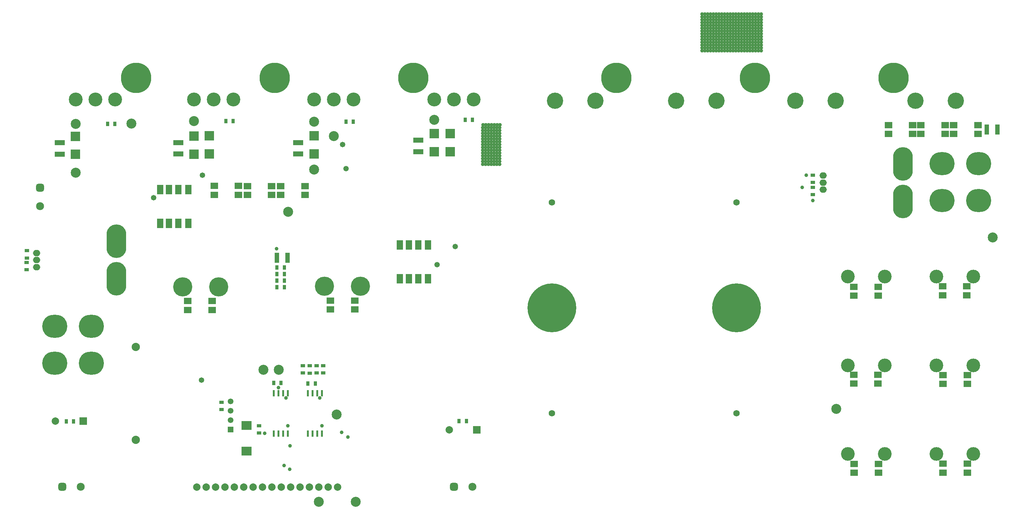
<source format=gbr>
%TF.GenerationSoftware,Altium Limited,Altium Designer,24.3.1 (35)*%
G04 Layer_Color=16711935*
%FSLAX45Y45*%
%MOMM*%
%TF.SameCoordinates,844131A9-2E1B-4A61-BE1F-69DE975881E6*%
%TF.FilePolarity,Negative*%
%TF.FileFunction,Soldermask,Bot*%
%TF.Part,Single*%
G01*
G75*
%TA.AperFunction,ComponentPad*%
%ADD19R,2.00000X2.00000*%
%ADD20C,2.00000*%
%ADD21C,1.55000*%
%ADD22R,1.55000X1.55000*%
%TA.AperFunction,SMDPad,CuDef*%
%ADD37R,1.20490X2.70620*%
%ADD40R,0.60000X1.80000*%
%ADD42R,2.80620X1.40490*%
%TA.AperFunction,ComponentPad*%
%ADD71C,2.00320*%
%ADD72C,5.20320*%
%ADD73C,2.70320*%
%ADD74C,2.23520*%
%ADD75C,3.70320*%
%ADD76O,5.28320X9.09320*%
%ADD77O,1.98120X1.72720*%
%ADD78C,3.75320*%
%ADD79C,2.15320*%
G04:AMPARAMS|DCode=80|XSize=2.1532mm|YSize=2.1532mm|CornerRadius=0.5891mm|HoleSize=0mm|Usage=FLASHONLY|Rotation=270.000|XOffset=0mm|YOffset=0mm|HoleType=Round|Shape=RoundedRectangle|*
%AMROUNDEDRECTD80*
21,1,2.15320,0.97500,0,0,270.0*
21,1,0.97500,2.15320,0,0,270.0*
1,1,1.17820,-0.48750,-0.48750*
1,1,1.17820,-0.48750,0.48750*
1,1,1.17820,0.48750,0.48750*
1,1,1.17820,0.48750,-0.48750*
%
%ADD80ROUNDEDRECTD80*%
%ADD81C,4.40320*%
%ADD82O,6.80320X6.20320*%
%ADD83C,8.20320*%
%ADD84C,1.72720*%
%ADD85C,13.20320*%
G04:AMPARAMS|DCode=86|XSize=2.1532mm|YSize=2.1532mm|CornerRadius=0.5891mm|HoleSize=0mm|Usage=FLASHONLY|Rotation=0.000|XOffset=0mm|YOffset=0mm|HoleType=Round|Shape=RoundedRectangle|*
%AMROUNDEDRECTD86*
21,1,2.15320,0.97500,0,0,0.0*
21,1,0.97500,2.15320,0,0,0.0*
1,1,1.17820,0.48750,-0.48750*
1,1,1.17820,-0.48750,-0.48750*
1,1,1.17820,-0.48750,0.48750*
1,1,1.17820,0.48750,0.48750*
%
%ADD86ROUNDEDRECTD86*%
%TA.AperFunction,ViaPad*%
%ADD87C,1.47320*%
%ADD88C,1.00320*%
%TA.AperFunction,SMDPad,CuDef*%
%ADD89R,2.00320X1.65320*%
%ADD90R,0.83000X1.28000*%
%ADD91R,1.28000X0.83000*%
%ADD92R,1.72720X2.60320*%
%ADD93R,2.60320X2.60320*%
%ADD94R,2.70320X2.40320*%
D19*
X12475000Y2200000D02*
D03*
X1816800Y2438400D02*
D03*
D20*
X11725000Y2200000D02*
D03*
X1066800Y2438400D02*
D03*
D21*
X5810700Y2971800D02*
D03*
Y2717800D02*
D03*
Y2463800D02*
D03*
D22*
Y2209800D02*
D03*
D37*
X7061200Y6858000D02*
D03*
X7351330D02*
D03*
X26270935Y10325100D02*
D03*
X26561066D02*
D03*
D40*
X7899400Y3187700D02*
D03*
X8026400D02*
D03*
X8153400D02*
D03*
X8280400D02*
D03*
Y2097700D02*
D03*
X8153400D02*
D03*
X8026400D02*
D03*
X7899400D02*
D03*
X6972300Y2096600D02*
D03*
X7099300D02*
D03*
X7226300D02*
D03*
X7353300D02*
D03*
Y3186600D02*
D03*
X7226300D02*
D03*
X7099300D02*
D03*
X6972300D02*
D03*
D42*
X7632700Y9972165D02*
D03*
Y9662035D02*
D03*
X4394200Y9972165D02*
D03*
Y9662035D02*
D03*
X1187450Y9965815D02*
D03*
Y9655685D02*
D03*
X10883900Y9725535D02*
D03*
Y10035665D02*
D03*
D71*
X6668000Y650000D02*
D03*
X4890000D02*
D03*
X6922000D02*
D03*
X7176000D02*
D03*
X6414000D02*
D03*
X5144000D02*
D03*
X7684000D02*
D03*
X6160000D02*
D03*
X8446000D02*
D03*
X8192000D02*
D03*
X7938000D02*
D03*
X5398000D02*
D03*
X7430000D02*
D03*
X5906000D02*
D03*
X8700000D02*
D03*
X5652000D02*
D03*
D72*
X4508500Y6070600D02*
D03*
X5486400D02*
D03*
X8343900Y6083300D02*
D03*
X9321800D02*
D03*
D73*
X6692900Y3822700D02*
D03*
X7112000D02*
D03*
X8674100Y2616200D02*
D03*
X26428699Y7404100D02*
D03*
X8064500Y9245600D02*
D03*
X8191500Y254000D02*
D03*
X1612900Y9156700D02*
D03*
X9194800Y254000D02*
D03*
X8064500Y10541000D02*
D03*
X11315700Y10591800D02*
D03*
X7366000Y8102600D02*
D03*
X4813300Y10553700D02*
D03*
X1612900Y10477500D02*
D03*
X3124200Y10490200D02*
D03*
X22199600Y2768600D02*
D03*
X8597900Y10147300D02*
D03*
D74*
X3238500Y4445000D02*
D03*
Y1930400D02*
D03*
D75*
X23511501Y6345200D02*
D03*
X22511501D02*
D03*
X24911501Y1545200D02*
D03*
X25911499D02*
D03*
X22511501D02*
D03*
X23511501D02*
D03*
X22511501Y3945200D02*
D03*
X23511501D02*
D03*
X24911501Y6345200D02*
D03*
X25911499D02*
D03*
X24911501Y3945200D02*
D03*
X25911499D02*
D03*
D76*
X2717800Y7302500D02*
D03*
Y6286500D02*
D03*
X24003000Y8382000D02*
D03*
Y9398000D02*
D03*
D77*
X558800Y6985000D02*
D03*
Y6794500D02*
D03*
Y6604000D02*
D03*
X21844000Y8699500D02*
D03*
Y8890000D02*
D03*
Y9080500D02*
D03*
D78*
X2683400Y11136500D02*
D03*
X5883400D02*
D03*
X1616600D02*
D03*
X2150000D02*
D03*
X4816600D02*
D03*
X5350000D02*
D03*
X8066600D02*
D03*
X8600000D02*
D03*
X9133400D02*
D03*
X11316600D02*
D03*
X11850000D02*
D03*
X12383400D02*
D03*
D79*
X654998Y8250001D02*
D03*
X12349999Y654998D02*
D03*
X1750000D02*
D03*
D80*
X654998Y8750000D02*
D03*
D81*
X18956400Y11100000D02*
D03*
X17864200D02*
D03*
X15681400D02*
D03*
X14589200D02*
D03*
X25435800D02*
D03*
X24343600D02*
D03*
X22185800D02*
D03*
X21093600D02*
D03*
D82*
X25063400Y9400000D02*
D03*
X26054001D02*
D03*
X25063400Y8400000D02*
D03*
X26054001D02*
D03*
X2036600Y5000000D02*
D03*
X1046000D02*
D03*
X2036600Y4000000D02*
D03*
X1046000D02*
D03*
D83*
X16250000Y11720000D02*
D03*
X23750000D02*
D03*
X20000000D02*
D03*
X3250000D02*
D03*
X10750000D02*
D03*
X7000000D02*
D03*
D84*
X14500000Y2650000D02*
D03*
Y8350000D02*
D03*
X19500000D02*
D03*
Y2650000D02*
D03*
D85*
Y5500000D02*
D03*
X14500000D02*
D03*
D86*
X11850000Y654998D02*
D03*
X1250001D02*
D03*
D87*
X8839200Y9918700D02*
D03*
X8928100Y9271000D02*
D03*
X11887200Y7162800D02*
D03*
X11391900Y6667500D02*
D03*
X5016500Y3543300D02*
D03*
X3721100Y8483600D02*
D03*
X5041900Y9093200D02*
D03*
D88*
X7255500Y1231900D02*
D03*
X7353300Y2311400D02*
D03*
X7099300Y3340100D02*
D03*
X7302500Y3060700D02*
D03*
X8216900D02*
D03*
X8280400Y2311400D02*
D03*
X7416800Y1765300D02*
D03*
X6731000Y2108200D02*
D03*
X7404100Y1130300D02*
D03*
X7048500Y7099300D02*
D03*
X8978900Y2006600D02*
D03*
X8813800Y2133600D02*
D03*
X21564600Y8407400D02*
D03*
X21272501Y8763000D02*
D03*
X21386800Y9093200D02*
D03*
X20091400Y13449300D02*
D03*
Y13373100D02*
D03*
Y13296899D02*
D03*
Y13220700D02*
D03*
Y13144501D02*
D03*
Y13068300D02*
D03*
Y12992101D02*
D03*
Y12915900D02*
D03*
Y12839700D02*
D03*
Y12763500D02*
D03*
Y12687300D02*
D03*
Y12611100D02*
D03*
Y12534900D02*
D03*
Y12458700D02*
D03*
X20015199Y13449300D02*
D03*
Y13373100D02*
D03*
Y13296899D02*
D03*
Y13220700D02*
D03*
Y13144501D02*
D03*
Y13068300D02*
D03*
Y12992101D02*
D03*
Y12915900D02*
D03*
Y12839700D02*
D03*
Y12763500D02*
D03*
Y12687300D02*
D03*
Y12611100D02*
D03*
Y12534900D02*
D03*
Y12458700D02*
D03*
X19939000Y13449300D02*
D03*
Y13373100D02*
D03*
Y13296899D02*
D03*
Y13220700D02*
D03*
Y13144501D02*
D03*
Y13068300D02*
D03*
Y12992101D02*
D03*
Y12915900D02*
D03*
Y12839700D02*
D03*
Y12763500D02*
D03*
Y12687300D02*
D03*
Y12611100D02*
D03*
Y12534900D02*
D03*
Y12458700D02*
D03*
X19862801Y13449300D02*
D03*
Y13373100D02*
D03*
Y13296899D02*
D03*
Y13220700D02*
D03*
Y13144501D02*
D03*
Y13068300D02*
D03*
Y12992101D02*
D03*
Y12915900D02*
D03*
Y12839700D02*
D03*
Y12763500D02*
D03*
Y12687300D02*
D03*
Y12611100D02*
D03*
Y12534900D02*
D03*
Y12458700D02*
D03*
X19786600Y13449300D02*
D03*
Y13373100D02*
D03*
Y13296899D02*
D03*
Y13220700D02*
D03*
Y13144501D02*
D03*
Y13068300D02*
D03*
Y12992101D02*
D03*
Y12915900D02*
D03*
Y12839700D02*
D03*
Y12763500D02*
D03*
Y12687300D02*
D03*
Y12611100D02*
D03*
Y12534900D02*
D03*
Y12458700D02*
D03*
X19710400Y13449300D02*
D03*
Y13373100D02*
D03*
Y13296899D02*
D03*
Y13220700D02*
D03*
Y13144501D02*
D03*
Y13068300D02*
D03*
Y12992101D02*
D03*
Y12915900D02*
D03*
Y12839700D02*
D03*
Y12763500D02*
D03*
Y12687300D02*
D03*
Y12611100D02*
D03*
Y12534900D02*
D03*
Y12458700D02*
D03*
X20167599Y13449300D02*
D03*
Y13373100D02*
D03*
Y13296899D02*
D03*
Y13220700D02*
D03*
Y13144501D02*
D03*
Y13068300D02*
D03*
Y12992101D02*
D03*
Y12915900D02*
D03*
Y12839700D02*
D03*
Y12763500D02*
D03*
Y12687300D02*
D03*
Y12611100D02*
D03*
Y12534900D02*
D03*
Y12458700D02*
D03*
X19634200Y12534900D02*
D03*
X19558000D02*
D03*
X19481799D02*
D03*
X19405600D02*
D03*
X19329401D02*
D03*
X19253200D02*
D03*
X19177000D02*
D03*
X19100800D02*
D03*
X19024600D02*
D03*
X18948399D02*
D03*
X18872200D02*
D03*
X18796001D02*
D03*
X18719800D02*
D03*
X18643600D02*
D03*
X19634200Y12611100D02*
D03*
X19558000D02*
D03*
X19481799D02*
D03*
X19405600D02*
D03*
X19329401D02*
D03*
X19253200D02*
D03*
X19177000D02*
D03*
X19100800D02*
D03*
X19024600D02*
D03*
X18948399D02*
D03*
X18872200D02*
D03*
X18796001D02*
D03*
X18719800D02*
D03*
X18643600D02*
D03*
X19634200Y12687300D02*
D03*
X19558000D02*
D03*
X19481799D02*
D03*
X19405600D02*
D03*
X19329401D02*
D03*
X19253200D02*
D03*
X19177000D02*
D03*
X19100800D02*
D03*
X19024600D02*
D03*
X18948399D02*
D03*
X18872200D02*
D03*
X18796001D02*
D03*
X18719800D02*
D03*
X18643600D02*
D03*
X19634200Y12763500D02*
D03*
X19558000D02*
D03*
X19481799D02*
D03*
X19405600D02*
D03*
X19329401D02*
D03*
X19253200D02*
D03*
X19177000D02*
D03*
X19100800D02*
D03*
X19024600D02*
D03*
X18948399D02*
D03*
X18872200D02*
D03*
X18796001D02*
D03*
X18719800D02*
D03*
X18643600D02*
D03*
X19634200Y12839700D02*
D03*
X19558000D02*
D03*
X19481799D02*
D03*
X19405600D02*
D03*
X19329401D02*
D03*
X19253200D02*
D03*
X19177000D02*
D03*
X19100800D02*
D03*
X19024600D02*
D03*
X18948399D02*
D03*
X18872200D02*
D03*
X18796001D02*
D03*
X18719800D02*
D03*
X18643600D02*
D03*
X19634200Y12915900D02*
D03*
X19558000D02*
D03*
X19481799D02*
D03*
X19405600D02*
D03*
X19329401D02*
D03*
X19253200D02*
D03*
X19177000D02*
D03*
X19100800D02*
D03*
X19024600D02*
D03*
X18948399D02*
D03*
X18872200D02*
D03*
X18796001D02*
D03*
X18719800D02*
D03*
X18643600D02*
D03*
X19634200Y12458700D02*
D03*
X19558000D02*
D03*
X19481799D02*
D03*
X19405600D02*
D03*
X19329401D02*
D03*
X19253200D02*
D03*
X19177000D02*
D03*
X19100800D02*
D03*
X19024600D02*
D03*
X18948399D02*
D03*
X18872200D02*
D03*
X18796001D02*
D03*
X18719800D02*
D03*
X18643600D02*
D03*
X18570921Y12460110D02*
D03*
Y12917310D02*
D03*
Y12841110D02*
D03*
Y12764910D02*
D03*
Y12688710D02*
D03*
Y12612510D02*
D03*
Y12536310D02*
D03*
X19634200Y13068300D02*
D03*
X19558000D02*
D03*
X19481799D02*
D03*
X19405600D02*
D03*
X19329401D02*
D03*
X19253200D02*
D03*
X19177000D02*
D03*
X19100800D02*
D03*
X19024600D02*
D03*
X18948399D02*
D03*
X18872200D02*
D03*
X18796001D02*
D03*
X18719800D02*
D03*
X18643600D02*
D03*
X19634200Y13144501D02*
D03*
X19558000D02*
D03*
X19481799D02*
D03*
X19405600D02*
D03*
X19329401D02*
D03*
X19253200D02*
D03*
X19177000D02*
D03*
X19100800D02*
D03*
X19024600D02*
D03*
X18948399D02*
D03*
X18872200D02*
D03*
X18796001D02*
D03*
X18719800D02*
D03*
X18643600D02*
D03*
X19634200Y13220700D02*
D03*
X19558000D02*
D03*
X19481799D02*
D03*
X19405600D02*
D03*
X19329401D02*
D03*
X19253200D02*
D03*
X19177000D02*
D03*
X19100800D02*
D03*
X19024600D02*
D03*
X18948399D02*
D03*
X18872200D02*
D03*
X18796001D02*
D03*
X18719800D02*
D03*
X18643600D02*
D03*
X19634200Y13296899D02*
D03*
X19558000D02*
D03*
X19481799D02*
D03*
X19405600D02*
D03*
X19329401D02*
D03*
X19253200D02*
D03*
X19177000D02*
D03*
X19100800D02*
D03*
X19024600D02*
D03*
X18948399D02*
D03*
X18872200D02*
D03*
X18796001D02*
D03*
X18719800D02*
D03*
X18643600D02*
D03*
X19634200Y13373100D02*
D03*
X19558000D02*
D03*
X19481799D02*
D03*
X19405600D02*
D03*
X19329401D02*
D03*
X19253200D02*
D03*
X19177000D02*
D03*
X19100800D02*
D03*
X19024600D02*
D03*
X18948399D02*
D03*
X18872200D02*
D03*
X18796001D02*
D03*
X18719800D02*
D03*
X18643600D02*
D03*
X19634200Y13449300D02*
D03*
X19558000D02*
D03*
X19481799D02*
D03*
X19405600D02*
D03*
X19329401D02*
D03*
X19253200D02*
D03*
X19177000D02*
D03*
X19100800D02*
D03*
X19024600D02*
D03*
X18948399D02*
D03*
X18872200D02*
D03*
X18796001D02*
D03*
X18719800D02*
D03*
X18643600D02*
D03*
X19634200Y12992101D02*
D03*
X19558000D02*
D03*
X19481799D02*
D03*
X19405600D02*
D03*
X19329401D02*
D03*
X19253200D02*
D03*
X19177000D02*
D03*
X19100800D02*
D03*
X19024600D02*
D03*
X18948399D02*
D03*
X18872200D02*
D03*
X18796001D02*
D03*
X18719800D02*
D03*
X18643600D02*
D03*
X18570921Y12993510D02*
D03*
Y13450710D02*
D03*
Y13374510D02*
D03*
Y13298309D02*
D03*
Y13222110D02*
D03*
Y13145911D02*
D03*
Y13069710D02*
D03*
X12712700Y10452100D02*
D03*
X12788900D02*
D03*
X12865100D02*
D03*
X12941299D02*
D03*
X13017500D02*
D03*
X13093700D02*
D03*
X12636500D02*
D03*
X12635090Y10379421D02*
D03*
Y10303221D02*
D03*
Y10227021D02*
D03*
Y10150821D02*
D03*
Y10074621D02*
D03*
Y9998421D02*
D03*
Y9922221D02*
D03*
Y9846021D02*
D03*
Y9769821D02*
D03*
Y9693621D02*
D03*
Y9617421D02*
D03*
Y9541221D02*
D03*
Y9465021D02*
D03*
Y9388821D02*
D03*
X13092290Y10379421D02*
D03*
Y10303221D02*
D03*
Y10227021D02*
D03*
Y10150821D02*
D03*
Y10074621D02*
D03*
Y9998421D02*
D03*
Y9922221D02*
D03*
Y9846021D02*
D03*
Y9769821D02*
D03*
Y9693621D02*
D03*
Y9617421D02*
D03*
Y9541221D02*
D03*
Y9465021D02*
D03*
Y9388821D02*
D03*
X13016090Y10379421D02*
D03*
Y10303221D02*
D03*
Y10227021D02*
D03*
Y10150821D02*
D03*
Y10074621D02*
D03*
Y9998421D02*
D03*
Y9922221D02*
D03*
Y9846021D02*
D03*
Y9769821D02*
D03*
Y9693621D02*
D03*
Y9617421D02*
D03*
Y9541221D02*
D03*
Y9465021D02*
D03*
Y9388821D02*
D03*
X12939890Y10379421D02*
D03*
Y10303221D02*
D03*
Y10227021D02*
D03*
Y10150821D02*
D03*
Y10074621D02*
D03*
Y9998421D02*
D03*
Y9922221D02*
D03*
Y9846021D02*
D03*
Y9769821D02*
D03*
Y9693621D02*
D03*
Y9617421D02*
D03*
Y9541221D02*
D03*
Y9465021D02*
D03*
Y9388821D02*
D03*
X12863690Y10379421D02*
D03*
Y10303221D02*
D03*
Y10227021D02*
D03*
Y10150821D02*
D03*
Y10074621D02*
D03*
Y9998421D02*
D03*
Y9922221D02*
D03*
Y9846021D02*
D03*
Y9769821D02*
D03*
Y9693621D02*
D03*
Y9617421D02*
D03*
Y9541221D02*
D03*
Y9465021D02*
D03*
Y9388821D02*
D03*
X12787490Y10379421D02*
D03*
Y10303221D02*
D03*
Y10227021D02*
D03*
Y10150821D02*
D03*
Y10074621D02*
D03*
Y9998421D02*
D03*
Y9922221D02*
D03*
Y9846021D02*
D03*
Y9769821D02*
D03*
Y9693621D02*
D03*
Y9617421D02*
D03*
Y9541221D02*
D03*
Y9465021D02*
D03*
Y9388821D02*
D03*
X12711290Y10379421D02*
D03*
Y10303221D02*
D03*
Y10227021D02*
D03*
Y10150821D02*
D03*
Y10074621D02*
D03*
Y9998421D02*
D03*
Y9922221D02*
D03*
Y9846021D02*
D03*
Y9769821D02*
D03*
Y9693621D02*
D03*
Y9617421D02*
D03*
Y9541221D02*
D03*
Y9465021D02*
D03*
Y9388821D02*
D03*
D89*
X8511700Y5697800D02*
D03*
X9166700D02*
D03*
X8511700Y5452800D02*
D03*
X9166700D02*
D03*
X4650900Y5685100D02*
D03*
X5305900D02*
D03*
X4650900Y5440100D02*
D03*
X5305900D02*
D03*
X26032300Y10202600D02*
D03*
X25377299D02*
D03*
X26032300Y10447600D02*
D03*
X25377299D02*
D03*
X24488300D02*
D03*
X25143300D02*
D03*
X24488300Y10202600D02*
D03*
X25143300D02*
D03*
X23612000Y10447600D02*
D03*
X24267000D02*
D03*
X23612000Y10202600D02*
D03*
X24267000D02*
D03*
X6918800Y8551600D02*
D03*
X6263800D02*
D03*
X6918800Y8796600D02*
D03*
X6263800D02*
D03*
X6019800Y8556100D02*
D03*
X5364800D02*
D03*
X6019800Y8801100D02*
D03*
X5364800D02*
D03*
X7165500Y8796600D02*
D03*
X7820500D02*
D03*
X7165500Y8551600D02*
D03*
X7820500D02*
D03*
X25087900Y1282700D02*
D03*
X25742899D02*
D03*
X25087900Y1037700D02*
D03*
X25742899D02*
D03*
X25075200Y6083300D02*
D03*
X25730200D02*
D03*
X25075200Y5838300D02*
D03*
X25730200D02*
D03*
X25087900Y3683000D02*
D03*
X25742899D02*
D03*
X25087900Y3438000D02*
D03*
X25742899D02*
D03*
X22684900Y1278200D02*
D03*
X23339900D02*
D03*
X22684900Y1033200D02*
D03*
X23339900D02*
D03*
X22672200Y3691200D02*
D03*
X23327200D02*
D03*
X22672200Y3446200D02*
D03*
X23327200D02*
D03*
X22674899Y6070600D02*
D03*
X23329900D02*
D03*
X22674899Y5825600D02*
D03*
X23329900D02*
D03*
D90*
X7262800Y6235716D02*
D03*
X7062800D02*
D03*
Y6413516D02*
D03*
X7262800D02*
D03*
Y6591284D02*
D03*
X7062800D02*
D03*
Y6057916D02*
D03*
X7262800D02*
D03*
X8101000Y3454384D02*
D03*
X7901000D02*
D03*
X6973900Y3467116D02*
D03*
X7173900D02*
D03*
X8929700Y10541016D02*
D03*
X9129700D02*
D03*
X12190400Y2438384D02*
D03*
X11990400D02*
D03*
X1560500Y2425684D02*
D03*
X1360500D02*
D03*
X5678500Y10553716D02*
D03*
X5878500D02*
D03*
X2478100Y10477516D02*
D03*
X2678100D02*
D03*
X12355500Y10591816D02*
D03*
X12155500D02*
D03*
D91*
X7759716Y3735400D02*
D03*
Y3935400D02*
D03*
X7950200Y3933800D02*
D03*
Y3733800D02*
D03*
X8140684Y3935400D02*
D03*
Y3735400D02*
D03*
X8318484Y3935400D02*
D03*
Y3735400D02*
D03*
X5562616Y2944800D02*
D03*
Y2744800D02*
D03*
X6578584Y2109800D02*
D03*
Y2309800D02*
D03*
X292084Y6529400D02*
D03*
Y6729400D02*
D03*
X292116Y7046900D02*
D03*
Y6846900D02*
D03*
X21564584Y8561400D02*
D03*
Y8761400D02*
D03*
X21564616Y9091600D02*
D03*
Y8891600D02*
D03*
D92*
X10629900Y6286500D02*
D03*
X10883900D02*
D03*
X11150600D02*
D03*
X10388600D02*
D03*
X10629900Y7200900D02*
D03*
X10883900D02*
D03*
X11150600D02*
D03*
X10388600D02*
D03*
X3898900Y8699500D02*
D03*
X4660900D02*
D03*
X4394200D02*
D03*
X4140200D02*
D03*
X3898900Y7785100D02*
D03*
X4660900D02*
D03*
X4394200D02*
D03*
X4140200D02*
D03*
D93*
X8064500Y9664700D02*
D03*
Y10152800D02*
D03*
X5232400D02*
D03*
Y9664700D02*
D03*
X11747500Y10216300D02*
D03*
Y9728200D02*
D03*
X11315700D02*
D03*
Y10216300D02*
D03*
X4813300Y9659200D02*
D03*
Y10147300D02*
D03*
X1606550Y9652850D02*
D03*
Y10140950D02*
D03*
D94*
X6235700Y2313500D02*
D03*
Y1623500D02*
D03*
%TF.MD5,a55d70ec0ac3e229b3799b7a3dcb16c9*%
M02*

</source>
